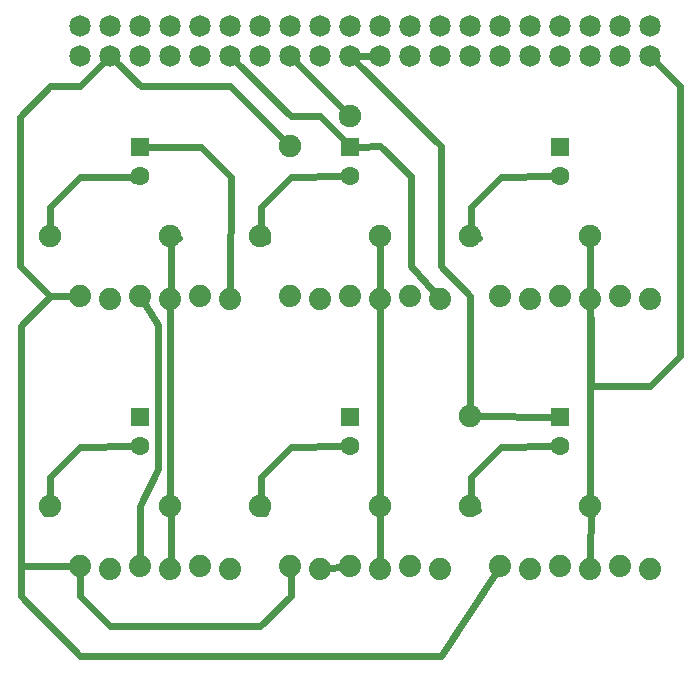
<source format=gbl>
G04 MADE WITH FRITZING*
G04 WWW.FRITZING.ORG*
G04 DOUBLE SIDED*
G04 HOLES PLATED*
G04 CONTOUR ON CENTER OF CONTOUR VECTOR*
%ASAXBY*%
%FSLAX23Y23*%
%MOIN*%
%OFA0B0*%
%SFA1.0B1.0*%
%ADD10C,0.075000*%
%ADD11C,0.062992*%
%ADD12C,0.071889*%
%ADD13C,0.071917*%
%ADD14C,0.074000*%
%ADD15C,0.075433*%
%ADD16R,0.062992X0.062992*%
%ADD17C,0.024000*%
%LNCOPPER0*%
G90*
G70*
G54D10*
X1702Y684D03*
X2102Y684D03*
X1002Y684D03*
X1402Y684D03*
X302Y684D03*
X702Y684D03*
X1002Y1584D03*
X1402Y1584D03*
X302Y1584D03*
X702Y1584D03*
X1702Y1584D03*
X2102Y1584D03*
G54D11*
X1302Y983D03*
X1302Y884D03*
X2002Y983D03*
X2002Y884D03*
X602Y983D03*
X602Y884D03*
X2002Y1883D03*
X2002Y1784D03*
X1302Y1883D03*
X1302Y1784D03*
X602Y1883D03*
X602Y1784D03*
G54D12*
X402Y2184D03*
X502Y2184D03*
X602Y2184D03*
X702Y2184D03*
G54D13*
X802Y2184D03*
G54D12*
X902Y2184D03*
X1002Y2184D03*
X1102Y2184D03*
X1202Y2184D03*
G54D13*
X1302Y2184D03*
G54D12*
X1402Y2184D03*
G54D13*
X1502Y2184D03*
G54D12*
X1602Y2184D03*
X1702Y2184D03*
X1802Y2184D03*
X1902Y2184D03*
G54D13*
X2002Y2184D03*
G54D12*
X2102Y2184D03*
X2202Y2184D03*
X2302Y2184D03*
X2302Y2284D03*
X2202Y2284D03*
X2102Y2284D03*
G54D13*
X2002Y2284D03*
G54D12*
X1902Y2284D03*
X1802Y2284D03*
X1702Y2284D03*
X1602Y2284D03*
G54D13*
X1502Y2284D03*
G54D12*
X1402Y2284D03*
G54D13*
X1302Y2284D03*
G54D12*
X1202Y2284D03*
X1102Y2284D03*
X1002Y2284D03*
X902Y2284D03*
G54D13*
X802Y2284D03*
G54D12*
X702Y2284D03*
X602Y2284D03*
X502Y2284D03*
X402Y2284D03*
G54D14*
X902Y1374D03*
X802Y1384D03*
X702Y1374D03*
X602Y1384D03*
X502Y1374D03*
X402Y1384D03*
X1602Y1374D03*
X1502Y1384D03*
X1402Y1374D03*
X1302Y1384D03*
X1202Y1374D03*
X1102Y1384D03*
X2302Y1374D03*
X2202Y1384D03*
X2102Y1374D03*
X2002Y1384D03*
X1902Y1374D03*
X1802Y1384D03*
X902Y474D03*
X802Y484D03*
X702Y474D03*
X602Y484D03*
X502Y474D03*
X402Y484D03*
X1602Y474D03*
X1502Y484D03*
X1402Y474D03*
X1302Y484D03*
X1202Y474D03*
X1102Y484D03*
X2302Y474D03*
X2202Y484D03*
X2102Y474D03*
X2002Y484D03*
X1902Y474D03*
X1802Y484D03*
G54D15*
X1302Y1984D03*
X1702Y984D03*
X1102Y1884D03*
G54D16*
X1302Y983D03*
X2002Y983D03*
X602Y983D03*
X2002Y1883D03*
X1302Y1883D03*
X602Y1883D03*
G54D17*
X2103Y683D02*
X2102Y505D01*
D02*
X2109Y656D02*
X2103Y683D01*
D02*
X1704Y783D02*
X1804Y882D01*
D02*
X1704Y683D02*
X1704Y783D01*
D02*
X1804Y882D02*
X1976Y884D01*
D02*
X1728Y672D02*
X1704Y683D01*
D02*
X1103Y882D02*
X1276Y884D01*
D02*
X1003Y683D02*
X1003Y783D01*
D02*
X1003Y783D02*
X1103Y882D01*
D02*
X1018Y660D02*
X1003Y683D01*
D02*
X401Y882D02*
X576Y884D01*
D02*
X302Y783D02*
X401Y882D01*
D02*
X302Y683D02*
X302Y783D01*
D02*
X284Y662D02*
X302Y683D01*
D02*
X704Y484D02*
X703Y656D01*
D02*
X708Y505D02*
X704Y484D01*
D02*
X1401Y484D02*
X1402Y656D01*
D02*
X1399Y505D02*
X1401Y484D01*
D02*
X704Y1584D02*
X730Y1578D01*
D02*
X703Y1405D02*
X704Y1584D01*
D02*
X600Y1783D02*
X580Y1770D01*
D02*
X302Y1683D02*
X401Y1783D01*
D02*
X401Y1783D02*
X600Y1783D01*
D02*
X302Y1613D02*
X302Y1683D01*
D02*
X1003Y1584D02*
X1003Y1683D01*
D02*
X1103Y1783D02*
X1276Y1784D01*
D02*
X1003Y1683D02*
X1103Y1783D01*
D02*
X1026Y1567D02*
X1003Y1584D01*
D02*
X1704Y1683D02*
X1804Y1783D01*
D02*
X1804Y1783D02*
X1976Y1784D01*
D02*
X1704Y1584D02*
X1704Y1683D01*
D02*
X1730Y1578D02*
X1704Y1584D01*
D02*
X1503Y1484D02*
X1582Y1397D01*
D02*
X1402Y1884D02*
X1503Y1785D01*
D02*
X1329Y1883D02*
X1402Y1884D01*
D02*
X903Y1783D02*
X902Y1405D01*
D02*
X804Y1883D02*
X903Y1783D01*
D02*
X629Y1883D02*
X804Y1883D01*
D02*
X1402Y713D02*
X1402Y1343D01*
D02*
X1401Y1484D02*
X1402Y1556D01*
D02*
X1402Y1405D02*
X1401Y1484D01*
D02*
X2102Y713D02*
X2102Y1343D01*
D02*
X702Y713D02*
X702Y1343D01*
D02*
X2103Y1086D02*
X2102Y1556D01*
D02*
X2401Y1186D02*
X2302Y1086D01*
D02*
X2401Y2086D02*
X2401Y1186D01*
D02*
X2326Y2161D02*
X2401Y2086D01*
D02*
X2302Y1086D02*
X2103Y1086D01*
D02*
X302Y1385D02*
X371Y1384D01*
D02*
X202Y1982D02*
X202Y1484D01*
D02*
X202Y1484D02*
X302Y1385D01*
D02*
X302Y2086D02*
X202Y1982D01*
D02*
X401Y2086D02*
X302Y2086D01*
D02*
X479Y2161D02*
X401Y2086D01*
D02*
X1002Y284D02*
X1103Y385D01*
D02*
X501Y285D02*
X1002Y284D01*
D02*
X401Y385D02*
X501Y285D01*
D02*
X402Y453D02*
X401Y385D01*
D02*
X1103Y1984D02*
X1202Y1984D01*
D02*
X926Y2161D02*
X1103Y1984D01*
D02*
X1202Y1984D02*
X1284Y1902D01*
D02*
X1126Y2161D02*
X1302Y1984D01*
D02*
X1302Y1984D02*
X1279Y1967D01*
D02*
X1336Y2184D02*
X1369Y2184D01*
D02*
X1976Y983D02*
X1731Y984D01*
D02*
X526Y2161D02*
X603Y2084D01*
D02*
X902Y2084D02*
X1082Y1905D01*
D02*
X603Y2084D02*
X902Y2084D01*
D02*
X371Y484D02*
X203Y485D01*
D02*
X203Y485D02*
X203Y584D01*
D02*
X203Y584D02*
X203Y1285D01*
D02*
X203Y1285D02*
X302Y1385D01*
D02*
X302Y1385D02*
X371Y1384D01*
D02*
X1785Y458D02*
X1603Y184D01*
D02*
X1603Y184D02*
X402Y184D01*
D02*
X402Y184D02*
X203Y385D01*
D02*
X203Y385D02*
X203Y485D01*
D02*
X203Y485D02*
X371Y484D01*
D02*
X1233Y477D02*
X1271Y481D01*
D02*
X618Y1358D02*
X660Y1288D01*
X660Y1288D02*
X660Y808D01*
X660Y808D02*
X602Y684D01*
D02*
X602Y684D02*
X602Y515D01*
D02*
X1103Y385D02*
X1103Y453D01*
D02*
X1603Y1884D02*
X1326Y2161D01*
D02*
X1603Y1484D02*
X1603Y1884D01*
D02*
X1702Y1385D02*
X1603Y1484D01*
D02*
X1702Y1184D02*
X1702Y1385D01*
D02*
X1702Y1013D02*
X1702Y1184D01*
D02*
X1503Y1785D02*
X1503Y1484D01*
G04 End of Copper0*
M02*
</source>
